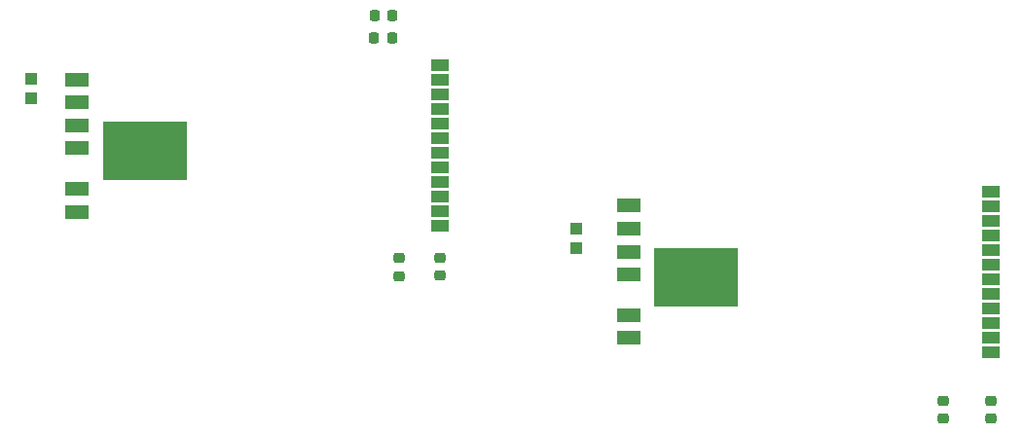
<source format=gtp>
%TF.GenerationSoftware,KiCad,Pcbnew,7.0.8*%
%TF.CreationDate,2024-02-17T17:20:01-08:00*%
%TF.ProjectId,Groundstation_Hat,47726f75-6e64-4737-9461-74696f6e5f48,rev?*%
%TF.SameCoordinates,Original*%
%TF.FileFunction,Paste,Top*%
%TF.FilePolarity,Positive*%
%FSLAX46Y46*%
G04 Gerber Fmt 4.6, Leading zero omitted, Abs format (unit mm)*
G04 Created by KiCad (PCBNEW 7.0.8) date 2024-02-17 17:20:01*
%MOMM*%
%LPD*%
G01*
G04 APERTURE LIST*
G04 Aperture macros list*
%AMRoundRect*
0 Rectangle with rounded corners*
0 $1 Rounding radius*
0 $2 $3 $4 $5 $6 $7 $8 $9 X,Y pos of 4 corners*
0 Add a 4 corners polygon primitive as box body*
4,1,4,$2,$3,$4,$5,$6,$7,$8,$9,$2,$3,0*
0 Add four circle primitives for the rounded corners*
1,1,$1+$1,$2,$3*
1,1,$1+$1,$4,$5*
1,1,$1+$1,$6,$7*
1,1,$1+$1,$8,$9*
0 Add four rect primitives between the rounded corners*
20,1,$1+$1,$2,$3,$4,$5,0*
20,1,$1+$1,$4,$5,$6,$7,0*
20,1,$1+$1,$6,$7,$8,$9,0*
20,1,$1+$1,$8,$9,$2,$3,0*%
G04 Aperture macros list end*
%ADD10R,1.100000X1.000000*%
%ADD11RoundRect,0.225000X-0.250000X0.225000X-0.250000X-0.225000X0.250000X-0.225000X0.250000X0.225000X0*%
%ADD12RoundRect,0.225000X-0.225000X-0.250000X0.225000X-0.250000X0.225000X0.250000X-0.225000X0.250000X0*%
%ADD13R,1.500000X0.975000*%
%ADD14R,2.000000X1.300000*%
%ADD15R,7.300000X5.100000*%
G04 APERTURE END LIST*
D10*
X142350000Y-91350000D03*
X142350000Y-89650000D03*
D11*
X221750000Y-117625000D03*
X221750000Y-119175000D03*
D12*
X172250000Y-84150000D03*
X173800000Y-84150000D03*
D11*
X177950000Y-105200000D03*
X177950000Y-106750000D03*
X174350000Y-105225000D03*
X174350000Y-106775000D03*
D12*
X172225000Y-86050000D03*
X173775000Y-86050000D03*
D13*
X225895000Y-113400000D03*
X225895000Y-112130000D03*
X225895000Y-110860000D03*
X225895000Y-109590000D03*
X225895000Y-108320000D03*
X225895000Y-107050000D03*
X225895000Y-105780000D03*
X225895000Y-104510000D03*
X225895000Y-103240000D03*
X225895000Y-101970000D03*
X225895000Y-100700000D03*
X225895000Y-99430000D03*
D14*
X194355000Y-100650000D03*
X194355000Y-102650000D03*
X194355000Y-104650000D03*
X194355000Y-106650000D03*
X194355000Y-110170000D03*
X194355000Y-112170000D03*
D15*
X200255000Y-106900000D03*
D10*
X189800000Y-104350000D03*
X189800000Y-102650000D03*
D11*
X225900000Y-117625000D03*
X225900000Y-119175000D03*
D13*
X177945000Y-102420000D03*
X177945000Y-101150000D03*
X177945000Y-99880000D03*
X177945000Y-98610000D03*
X177945000Y-97340000D03*
X177945000Y-96070000D03*
X177945000Y-94800000D03*
X177945000Y-93530000D03*
X177945000Y-92260000D03*
X177945000Y-90990000D03*
X177945000Y-89720000D03*
X177945000Y-88450000D03*
D14*
X146405000Y-89670000D03*
X146405000Y-91670000D03*
X146405000Y-93670000D03*
X146405000Y-95670000D03*
X146405000Y-99190000D03*
X146405000Y-101190000D03*
D15*
X152305000Y-95920000D03*
M02*

</source>
